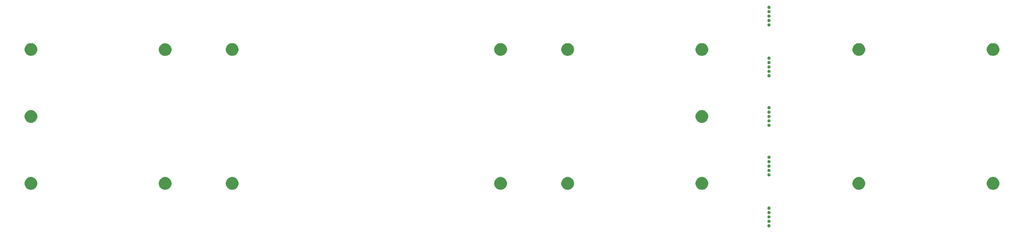
<source format=gbr>
G04 #@! TF.GenerationSoftware,KiCad,Pcbnew,(5.1.2-1)-1*
G04 #@! TF.CreationDate,2020-05-23T14:35:28-05:00*
G04 #@! TF.ProjectId,therick48.16_bottom_plate,74686572-6963-46b3-9438-2e31365f626f,rev?*
G04 #@! TF.SameCoordinates,Original*
G04 #@! TF.FileFunction,Soldermask,Top*
G04 #@! TF.FilePolarity,Negative*
%FSLAX46Y46*%
G04 Gerber Fmt 4.6, Leading zero omitted, Abs format (unit mm)*
G04 Created by KiCad (PCBNEW (5.1.2-1)-1) date 2020-05-23 14:35:28*
%MOMM*%
%LPD*%
G04 APERTURE LIST*
%ADD10C,0.100000*%
G04 APERTURE END LIST*
D10*
G36*
X274491552Y-103526331D02*
G01*
X274573627Y-103560328D01*
X274573629Y-103560329D01*
X274610813Y-103585175D01*
X274647495Y-103609685D01*
X274710315Y-103672505D01*
X274759672Y-103746373D01*
X274793669Y-103828448D01*
X274811000Y-103915579D01*
X274811000Y-104004421D01*
X274793669Y-104091552D01*
X274759672Y-104173627D01*
X274759671Y-104173629D01*
X274710314Y-104247496D01*
X274647496Y-104310314D01*
X274573629Y-104359671D01*
X274573628Y-104359672D01*
X274573627Y-104359672D01*
X274491552Y-104393669D01*
X274404421Y-104411000D01*
X274315579Y-104411000D01*
X274228448Y-104393669D01*
X274146373Y-104359672D01*
X274146372Y-104359672D01*
X274146371Y-104359671D01*
X274072504Y-104310314D01*
X274009686Y-104247496D01*
X273960329Y-104173629D01*
X273960328Y-104173627D01*
X273926331Y-104091552D01*
X273909000Y-104004421D01*
X273909000Y-103915579D01*
X273926331Y-103828448D01*
X273960328Y-103746373D01*
X274009685Y-103672505D01*
X274072505Y-103609685D01*
X274109187Y-103585175D01*
X274146371Y-103560329D01*
X274146373Y-103560328D01*
X274228448Y-103526331D01*
X274315579Y-103509000D01*
X274404421Y-103509000D01*
X274491552Y-103526331D01*
X274491552Y-103526331D01*
G37*
G36*
X274491552Y-102276331D02*
G01*
X274573627Y-102310328D01*
X274573629Y-102310329D01*
X274610813Y-102335175D01*
X274647495Y-102359685D01*
X274710315Y-102422505D01*
X274759672Y-102496373D01*
X274793669Y-102578448D01*
X274811000Y-102665579D01*
X274811000Y-102754421D01*
X274793669Y-102841552D01*
X274759672Y-102923627D01*
X274759671Y-102923629D01*
X274710314Y-102997496D01*
X274647496Y-103060314D01*
X274573629Y-103109671D01*
X274573628Y-103109672D01*
X274573627Y-103109672D01*
X274491552Y-103143669D01*
X274404421Y-103161000D01*
X274315579Y-103161000D01*
X274228448Y-103143669D01*
X274146373Y-103109672D01*
X274146372Y-103109672D01*
X274146371Y-103109671D01*
X274072504Y-103060314D01*
X274009686Y-102997496D01*
X273960329Y-102923629D01*
X273960328Y-102923627D01*
X273926331Y-102841552D01*
X273909000Y-102754421D01*
X273909000Y-102665579D01*
X273926331Y-102578448D01*
X273960328Y-102496373D01*
X274009685Y-102422505D01*
X274072505Y-102359685D01*
X274109187Y-102335175D01*
X274146371Y-102310329D01*
X274146373Y-102310328D01*
X274228448Y-102276331D01*
X274315579Y-102259000D01*
X274404421Y-102259000D01*
X274491552Y-102276331D01*
X274491552Y-102276331D01*
G37*
G36*
X274491552Y-101026331D02*
G01*
X274573627Y-101060328D01*
X274573629Y-101060329D01*
X274610813Y-101085175D01*
X274647495Y-101109685D01*
X274710315Y-101172505D01*
X274759672Y-101246373D01*
X274793669Y-101328448D01*
X274811000Y-101415579D01*
X274811000Y-101504421D01*
X274793669Y-101591552D01*
X274759672Y-101673627D01*
X274759671Y-101673629D01*
X274710314Y-101747496D01*
X274647496Y-101810314D01*
X274573629Y-101859671D01*
X274573628Y-101859672D01*
X274573627Y-101859672D01*
X274491552Y-101893669D01*
X274404421Y-101911000D01*
X274315579Y-101911000D01*
X274228448Y-101893669D01*
X274146373Y-101859672D01*
X274146372Y-101859672D01*
X274146371Y-101859671D01*
X274072504Y-101810314D01*
X274009686Y-101747496D01*
X273960329Y-101673629D01*
X273960328Y-101673627D01*
X273926331Y-101591552D01*
X273909000Y-101504421D01*
X273909000Y-101415579D01*
X273926331Y-101328448D01*
X273960328Y-101246373D01*
X274009685Y-101172505D01*
X274072505Y-101109685D01*
X274109187Y-101085175D01*
X274146371Y-101060329D01*
X274146373Y-101060328D01*
X274228448Y-101026331D01*
X274315579Y-101009000D01*
X274404421Y-101009000D01*
X274491552Y-101026331D01*
X274491552Y-101026331D01*
G37*
G36*
X274491552Y-99776331D02*
G01*
X274573627Y-99810328D01*
X274573629Y-99810329D01*
X274610813Y-99835175D01*
X274647495Y-99859685D01*
X274710315Y-99922505D01*
X274759672Y-99996373D01*
X274793669Y-100078448D01*
X274811000Y-100165579D01*
X274811000Y-100254421D01*
X274793669Y-100341552D01*
X274759672Y-100423627D01*
X274759671Y-100423629D01*
X274710314Y-100497496D01*
X274647496Y-100560314D01*
X274573629Y-100609671D01*
X274573628Y-100609672D01*
X274573627Y-100609672D01*
X274491552Y-100643669D01*
X274404421Y-100661000D01*
X274315579Y-100661000D01*
X274228448Y-100643669D01*
X274146373Y-100609672D01*
X274146372Y-100609672D01*
X274146371Y-100609671D01*
X274072504Y-100560314D01*
X274009686Y-100497496D01*
X273960329Y-100423629D01*
X273960328Y-100423627D01*
X273926331Y-100341552D01*
X273909000Y-100254421D01*
X273909000Y-100165579D01*
X273926331Y-100078448D01*
X273960328Y-99996373D01*
X274009685Y-99922505D01*
X274072505Y-99859685D01*
X274109187Y-99835175D01*
X274146371Y-99810329D01*
X274146373Y-99810328D01*
X274228448Y-99776331D01*
X274315579Y-99759000D01*
X274404421Y-99759000D01*
X274491552Y-99776331D01*
X274491552Y-99776331D01*
G37*
G36*
X274491552Y-98526331D02*
G01*
X274573627Y-98560328D01*
X274573629Y-98560329D01*
X274610813Y-98585175D01*
X274647495Y-98609685D01*
X274710315Y-98672505D01*
X274759672Y-98746373D01*
X274793669Y-98828448D01*
X274811000Y-98915579D01*
X274811000Y-99004421D01*
X274793669Y-99091552D01*
X274759672Y-99173627D01*
X274759671Y-99173629D01*
X274710314Y-99247496D01*
X274647496Y-99310314D01*
X274573629Y-99359671D01*
X274573628Y-99359672D01*
X274573627Y-99359672D01*
X274491552Y-99393669D01*
X274404421Y-99411000D01*
X274315579Y-99411000D01*
X274228448Y-99393669D01*
X274146373Y-99359672D01*
X274146372Y-99359672D01*
X274146371Y-99359671D01*
X274072504Y-99310314D01*
X274009686Y-99247496D01*
X273960329Y-99173629D01*
X273960328Y-99173627D01*
X273926331Y-99091552D01*
X273909000Y-99004421D01*
X273909000Y-98915579D01*
X273926331Y-98828448D01*
X273960328Y-98746373D01*
X274009685Y-98672505D01*
X274072505Y-98609685D01*
X274109187Y-98585175D01*
X274146371Y-98560329D01*
X274146373Y-98560328D01*
X274228448Y-98526331D01*
X274315579Y-98509000D01*
X274404421Y-98509000D01*
X274491552Y-98526331D01*
X274491552Y-98526331D01*
G37*
G36*
X122885331Y-90228211D02*
G01*
X123213092Y-90363974D01*
X123508070Y-90561072D01*
X123758928Y-90811930D01*
X123956026Y-91106908D01*
X124091789Y-91434669D01*
X124161000Y-91782616D01*
X124161000Y-92137384D01*
X124091789Y-92485331D01*
X123956026Y-92813092D01*
X123758928Y-93108070D01*
X123508070Y-93358928D01*
X123213092Y-93556026D01*
X122885331Y-93691789D01*
X122537384Y-93761000D01*
X122182616Y-93761000D01*
X121834669Y-93691789D01*
X121506908Y-93556026D01*
X121211930Y-93358928D01*
X120961072Y-93108070D01*
X120763974Y-92813092D01*
X120628211Y-92485331D01*
X120559000Y-92137384D01*
X120559000Y-91782616D01*
X120628211Y-91434669D01*
X120763974Y-91106908D01*
X120961072Y-90811930D01*
X121211930Y-90561072D01*
X121506908Y-90363974D01*
X121834669Y-90228211D01*
X122182616Y-90159000D01*
X122537384Y-90159000D01*
X122885331Y-90228211D01*
X122885331Y-90228211D01*
G37*
G36*
X103885331Y-90228211D02*
G01*
X104213092Y-90363974D01*
X104508070Y-90561072D01*
X104758928Y-90811930D01*
X104956026Y-91106908D01*
X105091789Y-91434669D01*
X105161000Y-91782616D01*
X105161000Y-92137384D01*
X105091789Y-92485331D01*
X104956026Y-92813092D01*
X104758928Y-93108070D01*
X104508070Y-93358928D01*
X104213092Y-93556026D01*
X103885331Y-93691789D01*
X103537384Y-93761000D01*
X103182616Y-93761000D01*
X102834669Y-93691789D01*
X102506908Y-93556026D01*
X102211930Y-93358928D01*
X101961072Y-93108070D01*
X101763974Y-92813092D01*
X101628211Y-92485331D01*
X101559000Y-92137384D01*
X101559000Y-91782616D01*
X101628211Y-91434669D01*
X101763974Y-91106908D01*
X101961072Y-90811930D01*
X102211930Y-90561072D01*
X102506908Y-90363974D01*
X102834669Y-90228211D01*
X103182616Y-90159000D01*
X103537384Y-90159000D01*
X103885331Y-90228211D01*
X103885331Y-90228211D01*
G37*
G36*
X65885331Y-90228211D02*
G01*
X66213092Y-90363974D01*
X66508070Y-90561072D01*
X66758928Y-90811930D01*
X66956026Y-91106908D01*
X67091789Y-91434669D01*
X67161000Y-91782616D01*
X67161000Y-92137384D01*
X67091789Y-92485331D01*
X66956026Y-92813092D01*
X66758928Y-93108070D01*
X66508070Y-93358928D01*
X66213092Y-93556026D01*
X65885331Y-93691789D01*
X65537384Y-93761000D01*
X65182616Y-93761000D01*
X64834669Y-93691789D01*
X64506908Y-93556026D01*
X64211930Y-93358928D01*
X63961072Y-93108070D01*
X63763974Y-92813092D01*
X63628211Y-92485331D01*
X63559000Y-92137384D01*
X63559000Y-91782616D01*
X63628211Y-91434669D01*
X63763974Y-91106908D01*
X63961072Y-90811930D01*
X64211930Y-90561072D01*
X64506908Y-90363974D01*
X64834669Y-90228211D01*
X65182616Y-90159000D01*
X65537384Y-90159000D01*
X65885331Y-90228211D01*
X65885331Y-90228211D01*
G37*
G36*
X217885331Y-90228211D02*
G01*
X218213092Y-90363974D01*
X218508070Y-90561072D01*
X218758928Y-90811930D01*
X218956026Y-91106908D01*
X219091789Y-91434669D01*
X219161000Y-91782616D01*
X219161000Y-92137384D01*
X219091789Y-92485331D01*
X218956026Y-92813092D01*
X218758928Y-93108070D01*
X218508070Y-93358928D01*
X218213092Y-93556026D01*
X217885331Y-93691789D01*
X217537384Y-93761000D01*
X217182616Y-93761000D01*
X216834669Y-93691789D01*
X216506908Y-93556026D01*
X216211930Y-93358928D01*
X215961072Y-93108070D01*
X215763974Y-92813092D01*
X215628211Y-92485331D01*
X215559000Y-92137384D01*
X215559000Y-91782616D01*
X215628211Y-91434669D01*
X215763974Y-91106908D01*
X215961072Y-90811930D01*
X216211930Y-90561072D01*
X216506908Y-90363974D01*
X216834669Y-90228211D01*
X217182616Y-90159000D01*
X217537384Y-90159000D01*
X217885331Y-90228211D01*
X217885331Y-90228211D01*
G37*
G36*
X338345331Y-90228211D02*
G01*
X338673092Y-90363974D01*
X338968070Y-90561072D01*
X339218928Y-90811930D01*
X339416026Y-91106908D01*
X339551789Y-91434669D01*
X339621000Y-91782616D01*
X339621000Y-92137384D01*
X339551789Y-92485331D01*
X339416026Y-92813092D01*
X339218928Y-93108070D01*
X338968070Y-93358928D01*
X338673092Y-93556026D01*
X338345331Y-93691789D01*
X337997384Y-93761000D01*
X337642616Y-93761000D01*
X337294669Y-93691789D01*
X336966908Y-93556026D01*
X336671930Y-93358928D01*
X336421072Y-93108070D01*
X336223974Y-92813092D01*
X336088211Y-92485331D01*
X336019000Y-92137384D01*
X336019000Y-91782616D01*
X336088211Y-91434669D01*
X336223974Y-91106908D01*
X336421072Y-90811930D01*
X336671930Y-90561072D01*
X336966908Y-90363974D01*
X337294669Y-90228211D01*
X337642616Y-90159000D01*
X337997384Y-90159000D01*
X338345331Y-90228211D01*
X338345331Y-90228211D01*
G37*
G36*
X300345331Y-90228211D02*
G01*
X300673092Y-90363974D01*
X300968070Y-90561072D01*
X301218928Y-90811930D01*
X301416026Y-91106908D01*
X301551789Y-91434669D01*
X301621000Y-91782616D01*
X301621000Y-92137384D01*
X301551789Y-92485331D01*
X301416026Y-92813092D01*
X301218928Y-93108070D01*
X300968070Y-93358928D01*
X300673092Y-93556026D01*
X300345331Y-93691789D01*
X299997384Y-93761000D01*
X299642616Y-93761000D01*
X299294669Y-93691789D01*
X298966908Y-93556026D01*
X298671930Y-93358928D01*
X298421072Y-93108070D01*
X298223974Y-92813092D01*
X298088211Y-92485331D01*
X298019000Y-92137384D01*
X298019000Y-91782616D01*
X298088211Y-91434669D01*
X298223974Y-91106908D01*
X298421072Y-90811930D01*
X298671930Y-90561072D01*
X298966908Y-90363974D01*
X299294669Y-90228211D01*
X299642616Y-90159000D01*
X299997384Y-90159000D01*
X300345331Y-90228211D01*
X300345331Y-90228211D01*
G37*
G36*
X255885331Y-90228211D02*
G01*
X256213092Y-90363974D01*
X256508070Y-90561072D01*
X256758928Y-90811930D01*
X256956026Y-91106908D01*
X257091789Y-91434669D01*
X257161000Y-91782616D01*
X257161000Y-92137384D01*
X257091789Y-92485331D01*
X256956026Y-92813092D01*
X256758928Y-93108070D01*
X256508070Y-93358928D01*
X256213092Y-93556026D01*
X255885331Y-93691789D01*
X255537384Y-93761000D01*
X255182616Y-93761000D01*
X254834669Y-93691789D01*
X254506908Y-93556026D01*
X254211930Y-93358928D01*
X253961072Y-93108070D01*
X253763974Y-92813092D01*
X253628211Y-92485331D01*
X253559000Y-92137384D01*
X253559000Y-91782616D01*
X253628211Y-91434669D01*
X253763974Y-91106908D01*
X253961072Y-90811930D01*
X254211930Y-90561072D01*
X254506908Y-90363974D01*
X254834669Y-90228211D01*
X255182616Y-90159000D01*
X255537384Y-90159000D01*
X255885331Y-90228211D01*
X255885331Y-90228211D01*
G37*
G36*
X198885331Y-90228211D02*
G01*
X199213092Y-90363974D01*
X199508070Y-90561072D01*
X199758928Y-90811930D01*
X199956026Y-91106908D01*
X200091789Y-91434669D01*
X200161000Y-91782616D01*
X200161000Y-92137384D01*
X200091789Y-92485331D01*
X199956026Y-92813092D01*
X199758928Y-93108070D01*
X199508070Y-93358928D01*
X199213092Y-93556026D01*
X198885331Y-93691789D01*
X198537384Y-93761000D01*
X198182616Y-93761000D01*
X197834669Y-93691789D01*
X197506908Y-93556026D01*
X197211930Y-93358928D01*
X196961072Y-93108070D01*
X196763974Y-92813092D01*
X196628211Y-92485331D01*
X196559000Y-92137384D01*
X196559000Y-91782616D01*
X196628211Y-91434669D01*
X196763974Y-91106908D01*
X196961072Y-90811930D01*
X197211930Y-90561072D01*
X197506908Y-90363974D01*
X197834669Y-90228211D01*
X198182616Y-90159000D01*
X198537384Y-90159000D01*
X198885331Y-90228211D01*
X198885331Y-90228211D01*
G37*
G36*
X274491552Y-89086331D02*
G01*
X274573627Y-89120328D01*
X274573629Y-89120329D01*
X274610813Y-89145175D01*
X274647495Y-89169685D01*
X274710315Y-89232505D01*
X274759672Y-89306373D01*
X274793669Y-89388448D01*
X274811000Y-89475579D01*
X274811000Y-89564421D01*
X274793669Y-89651552D01*
X274759672Y-89733627D01*
X274759671Y-89733629D01*
X274710314Y-89807496D01*
X274647496Y-89870314D01*
X274573629Y-89919671D01*
X274573628Y-89919672D01*
X274573627Y-89919672D01*
X274491552Y-89953669D01*
X274404421Y-89971000D01*
X274315579Y-89971000D01*
X274228448Y-89953669D01*
X274146373Y-89919672D01*
X274146372Y-89919672D01*
X274146371Y-89919671D01*
X274072504Y-89870314D01*
X274009686Y-89807496D01*
X273960329Y-89733629D01*
X273960328Y-89733627D01*
X273926331Y-89651552D01*
X273909000Y-89564421D01*
X273909000Y-89475579D01*
X273926331Y-89388448D01*
X273960328Y-89306373D01*
X274009685Y-89232505D01*
X274072505Y-89169685D01*
X274109187Y-89145175D01*
X274146371Y-89120329D01*
X274146373Y-89120328D01*
X274228448Y-89086331D01*
X274315579Y-89069000D01*
X274404421Y-89069000D01*
X274491552Y-89086331D01*
X274491552Y-89086331D01*
G37*
G36*
X274491552Y-87836331D02*
G01*
X274573627Y-87870328D01*
X274573629Y-87870329D01*
X274610813Y-87895175D01*
X274647495Y-87919685D01*
X274710315Y-87982505D01*
X274759672Y-88056373D01*
X274793669Y-88138448D01*
X274811000Y-88225579D01*
X274811000Y-88314421D01*
X274793669Y-88401552D01*
X274759672Y-88483627D01*
X274759671Y-88483629D01*
X274710314Y-88557496D01*
X274647496Y-88620314D01*
X274573629Y-88669671D01*
X274573628Y-88669672D01*
X274573627Y-88669672D01*
X274491552Y-88703669D01*
X274404421Y-88721000D01*
X274315579Y-88721000D01*
X274228448Y-88703669D01*
X274146373Y-88669672D01*
X274146372Y-88669672D01*
X274146371Y-88669671D01*
X274072504Y-88620314D01*
X274009686Y-88557496D01*
X273960329Y-88483629D01*
X273960328Y-88483627D01*
X273926331Y-88401552D01*
X273909000Y-88314421D01*
X273909000Y-88225579D01*
X273926331Y-88138448D01*
X273960328Y-88056373D01*
X274009685Y-87982505D01*
X274072505Y-87919685D01*
X274109187Y-87895175D01*
X274146371Y-87870329D01*
X274146373Y-87870328D01*
X274228448Y-87836331D01*
X274315579Y-87819000D01*
X274404421Y-87819000D01*
X274491552Y-87836331D01*
X274491552Y-87836331D01*
G37*
G36*
X274491552Y-86586331D02*
G01*
X274573627Y-86620328D01*
X274573629Y-86620329D01*
X274610813Y-86645175D01*
X274647495Y-86669685D01*
X274710315Y-86732505D01*
X274759672Y-86806373D01*
X274793669Y-86888448D01*
X274811000Y-86975579D01*
X274811000Y-87064421D01*
X274793669Y-87151552D01*
X274759672Y-87233627D01*
X274759671Y-87233629D01*
X274710314Y-87307496D01*
X274647496Y-87370314D01*
X274573629Y-87419671D01*
X274573628Y-87419672D01*
X274573627Y-87419672D01*
X274491552Y-87453669D01*
X274404421Y-87471000D01*
X274315579Y-87471000D01*
X274228448Y-87453669D01*
X274146373Y-87419672D01*
X274146372Y-87419672D01*
X274146371Y-87419671D01*
X274072504Y-87370314D01*
X274009686Y-87307496D01*
X273960329Y-87233629D01*
X273960328Y-87233627D01*
X273926331Y-87151552D01*
X273909000Y-87064421D01*
X273909000Y-86975579D01*
X273926331Y-86888448D01*
X273960328Y-86806373D01*
X274009685Y-86732505D01*
X274072505Y-86669685D01*
X274109187Y-86645175D01*
X274146371Y-86620329D01*
X274146373Y-86620328D01*
X274228448Y-86586331D01*
X274315579Y-86569000D01*
X274404421Y-86569000D01*
X274491552Y-86586331D01*
X274491552Y-86586331D01*
G37*
G36*
X274491552Y-85336331D02*
G01*
X274573627Y-85370328D01*
X274573629Y-85370329D01*
X274610813Y-85395175D01*
X274647495Y-85419685D01*
X274710315Y-85482505D01*
X274759672Y-85556373D01*
X274793669Y-85638448D01*
X274811000Y-85725579D01*
X274811000Y-85814421D01*
X274793669Y-85901552D01*
X274759672Y-85983627D01*
X274759671Y-85983629D01*
X274710314Y-86057496D01*
X274647496Y-86120314D01*
X274573629Y-86169671D01*
X274573628Y-86169672D01*
X274573627Y-86169672D01*
X274491552Y-86203669D01*
X274404421Y-86221000D01*
X274315579Y-86221000D01*
X274228448Y-86203669D01*
X274146373Y-86169672D01*
X274146372Y-86169672D01*
X274146371Y-86169671D01*
X274072504Y-86120314D01*
X274009686Y-86057496D01*
X273960329Y-85983629D01*
X273960328Y-85983627D01*
X273926331Y-85901552D01*
X273909000Y-85814421D01*
X273909000Y-85725579D01*
X273926331Y-85638448D01*
X273960328Y-85556373D01*
X274009685Y-85482505D01*
X274072505Y-85419685D01*
X274109187Y-85395175D01*
X274146371Y-85370329D01*
X274146373Y-85370328D01*
X274228448Y-85336331D01*
X274315579Y-85319000D01*
X274404421Y-85319000D01*
X274491552Y-85336331D01*
X274491552Y-85336331D01*
G37*
G36*
X274491552Y-84086331D02*
G01*
X274573627Y-84120328D01*
X274573629Y-84120329D01*
X274610813Y-84145175D01*
X274647495Y-84169685D01*
X274710315Y-84232505D01*
X274759672Y-84306373D01*
X274793669Y-84388448D01*
X274811000Y-84475579D01*
X274811000Y-84564421D01*
X274793669Y-84651552D01*
X274759672Y-84733627D01*
X274759671Y-84733629D01*
X274710314Y-84807496D01*
X274647496Y-84870314D01*
X274573629Y-84919671D01*
X274573628Y-84919672D01*
X274573627Y-84919672D01*
X274491552Y-84953669D01*
X274404421Y-84971000D01*
X274315579Y-84971000D01*
X274228448Y-84953669D01*
X274146373Y-84919672D01*
X274146372Y-84919672D01*
X274146371Y-84919671D01*
X274072504Y-84870314D01*
X274009686Y-84807496D01*
X273960329Y-84733629D01*
X273960328Y-84733627D01*
X273926331Y-84651552D01*
X273909000Y-84564421D01*
X273909000Y-84475579D01*
X273926331Y-84388448D01*
X273960328Y-84306373D01*
X274009685Y-84232505D01*
X274072505Y-84169685D01*
X274109187Y-84145175D01*
X274146371Y-84120329D01*
X274146373Y-84120328D01*
X274228448Y-84086331D01*
X274315579Y-84069000D01*
X274404421Y-84069000D01*
X274491552Y-84086331D01*
X274491552Y-84086331D01*
G37*
G36*
X274491552Y-75026331D02*
G01*
X274573627Y-75060328D01*
X274573629Y-75060329D01*
X274610813Y-75085175D01*
X274647495Y-75109685D01*
X274710315Y-75172505D01*
X274759672Y-75246373D01*
X274793669Y-75328448D01*
X274811000Y-75415579D01*
X274811000Y-75504421D01*
X274793669Y-75591552D01*
X274759672Y-75673627D01*
X274759671Y-75673629D01*
X274710314Y-75747496D01*
X274647496Y-75810314D01*
X274573629Y-75859671D01*
X274573628Y-75859672D01*
X274573627Y-75859672D01*
X274491552Y-75893669D01*
X274404421Y-75911000D01*
X274315579Y-75911000D01*
X274228448Y-75893669D01*
X274146373Y-75859672D01*
X274146372Y-75859672D01*
X274146371Y-75859671D01*
X274072504Y-75810314D01*
X274009686Y-75747496D01*
X273960329Y-75673629D01*
X273960328Y-75673627D01*
X273926331Y-75591552D01*
X273909000Y-75504421D01*
X273909000Y-75415579D01*
X273926331Y-75328448D01*
X273960328Y-75246373D01*
X274009685Y-75172505D01*
X274072505Y-75109685D01*
X274109187Y-75085175D01*
X274146371Y-75060329D01*
X274146373Y-75060328D01*
X274228448Y-75026331D01*
X274315579Y-75009000D01*
X274404421Y-75009000D01*
X274491552Y-75026331D01*
X274491552Y-75026331D01*
G37*
G36*
X65885331Y-71228211D02*
G01*
X66213092Y-71363974D01*
X66508070Y-71561072D01*
X66758928Y-71811930D01*
X66956026Y-72106908D01*
X67091789Y-72434669D01*
X67161000Y-72782616D01*
X67161000Y-73137384D01*
X67091789Y-73485331D01*
X66956026Y-73813092D01*
X66758928Y-74108070D01*
X66508070Y-74358928D01*
X66213092Y-74556026D01*
X65885331Y-74691789D01*
X65537384Y-74761000D01*
X65182616Y-74761000D01*
X64834669Y-74691789D01*
X64506908Y-74556026D01*
X64211930Y-74358928D01*
X63961072Y-74108070D01*
X63763974Y-73813092D01*
X63628211Y-73485331D01*
X63559000Y-73137384D01*
X63559000Y-72782616D01*
X63628211Y-72434669D01*
X63763974Y-72106908D01*
X63961072Y-71811930D01*
X64211930Y-71561072D01*
X64506908Y-71363974D01*
X64834669Y-71228211D01*
X65182616Y-71159000D01*
X65537384Y-71159000D01*
X65885331Y-71228211D01*
X65885331Y-71228211D01*
G37*
G36*
X255885331Y-71228211D02*
G01*
X256213092Y-71363974D01*
X256508070Y-71561072D01*
X256758928Y-71811930D01*
X256956026Y-72106908D01*
X257091789Y-72434669D01*
X257161000Y-72782616D01*
X257161000Y-73137384D01*
X257091789Y-73485331D01*
X256956026Y-73813092D01*
X256758928Y-74108070D01*
X256508070Y-74358928D01*
X256213092Y-74556026D01*
X255885331Y-74691789D01*
X255537384Y-74761000D01*
X255182616Y-74761000D01*
X254834669Y-74691789D01*
X254506908Y-74556026D01*
X254211930Y-74358928D01*
X253961072Y-74108070D01*
X253763974Y-73813092D01*
X253628211Y-73485331D01*
X253559000Y-73137384D01*
X253559000Y-72782616D01*
X253628211Y-72434669D01*
X253763974Y-72106908D01*
X253961072Y-71811930D01*
X254211930Y-71561072D01*
X254506908Y-71363974D01*
X254834669Y-71228211D01*
X255182616Y-71159000D01*
X255537384Y-71159000D01*
X255885331Y-71228211D01*
X255885331Y-71228211D01*
G37*
G36*
X274491552Y-73776331D02*
G01*
X274573627Y-73810328D01*
X274573629Y-73810329D01*
X274610813Y-73835175D01*
X274647495Y-73859685D01*
X274710315Y-73922505D01*
X274759672Y-73996373D01*
X274793669Y-74078448D01*
X274811000Y-74165579D01*
X274811000Y-74254421D01*
X274793669Y-74341552D01*
X274759672Y-74423627D01*
X274759671Y-74423629D01*
X274710314Y-74497496D01*
X274647496Y-74560314D01*
X274573629Y-74609671D01*
X274573628Y-74609672D01*
X274573627Y-74609672D01*
X274491552Y-74643669D01*
X274404421Y-74661000D01*
X274315579Y-74661000D01*
X274228448Y-74643669D01*
X274146373Y-74609672D01*
X274146372Y-74609672D01*
X274146371Y-74609671D01*
X274072504Y-74560314D01*
X274009686Y-74497496D01*
X273960329Y-74423629D01*
X273960328Y-74423627D01*
X273926331Y-74341552D01*
X273909000Y-74254421D01*
X273909000Y-74165579D01*
X273926331Y-74078448D01*
X273960328Y-73996373D01*
X274009685Y-73922505D01*
X274072505Y-73859685D01*
X274109187Y-73835175D01*
X274146371Y-73810329D01*
X274146373Y-73810328D01*
X274228448Y-73776331D01*
X274315579Y-73759000D01*
X274404421Y-73759000D01*
X274491552Y-73776331D01*
X274491552Y-73776331D01*
G37*
G36*
X274491552Y-72526331D02*
G01*
X274573627Y-72560328D01*
X274573629Y-72560329D01*
X274610813Y-72585175D01*
X274647495Y-72609685D01*
X274710315Y-72672505D01*
X274759672Y-72746373D01*
X274793669Y-72828448D01*
X274811000Y-72915579D01*
X274811000Y-73004421D01*
X274793669Y-73091552D01*
X274759672Y-73173627D01*
X274759671Y-73173629D01*
X274710314Y-73247496D01*
X274647496Y-73310314D01*
X274573629Y-73359671D01*
X274573628Y-73359672D01*
X274573627Y-73359672D01*
X274491552Y-73393669D01*
X274404421Y-73411000D01*
X274315579Y-73411000D01*
X274228448Y-73393669D01*
X274146373Y-73359672D01*
X274146372Y-73359672D01*
X274146371Y-73359671D01*
X274072504Y-73310314D01*
X274009686Y-73247496D01*
X273960329Y-73173629D01*
X273960328Y-73173627D01*
X273926331Y-73091552D01*
X273909000Y-73004421D01*
X273909000Y-72915579D01*
X273926331Y-72828448D01*
X273960328Y-72746373D01*
X274009685Y-72672505D01*
X274072505Y-72609685D01*
X274109187Y-72585175D01*
X274146371Y-72560329D01*
X274146373Y-72560328D01*
X274228448Y-72526331D01*
X274315579Y-72509000D01*
X274404421Y-72509000D01*
X274491552Y-72526331D01*
X274491552Y-72526331D01*
G37*
G36*
X274491552Y-71276331D02*
G01*
X274573627Y-71310328D01*
X274573629Y-71310329D01*
X274610813Y-71335175D01*
X274647495Y-71359685D01*
X274710315Y-71422505D01*
X274759672Y-71496373D01*
X274793669Y-71578448D01*
X274811000Y-71665579D01*
X274811000Y-71754421D01*
X274793669Y-71841552D01*
X274759672Y-71923627D01*
X274759671Y-71923629D01*
X274710314Y-71997496D01*
X274647496Y-72060314D01*
X274573629Y-72109671D01*
X274573628Y-72109672D01*
X274573627Y-72109672D01*
X274491552Y-72143669D01*
X274404421Y-72161000D01*
X274315579Y-72161000D01*
X274228448Y-72143669D01*
X274146373Y-72109672D01*
X274146372Y-72109672D01*
X274146371Y-72109671D01*
X274072504Y-72060314D01*
X274009686Y-71997496D01*
X273960329Y-71923629D01*
X273960328Y-71923627D01*
X273926331Y-71841552D01*
X273909000Y-71754421D01*
X273909000Y-71665579D01*
X273926331Y-71578448D01*
X273960328Y-71496373D01*
X274009685Y-71422505D01*
X274072505Y-71359685D01*
X274109187Y-71335175D01*
X274146371Y-71310329D01*
X274146373Y-71310328D01*
X274228448Y-71276331D01*
X274315579Y-71259000D01*
X274404421Y-71259000D01*
X274491552Y-71276331D01*
X274491552Y-71276331D01*
G37*
G36*
X274491552Y-70026331D02*
G01*
X274573627Y-70060328D01*
X274573629Y-70060329D01*
X274610813Y-70085175D01*
X274647495Y-70109685D01*
X274710315Y-70172505D01*
X274759672Y-70246373D01*
X274793669Y-70328448D01*
X274811000Y-70415579D01*
X274811000Y-70504421D01*
X274793669Y-70591552D01*
X274759672Y-70673627D01*
X274759671Y-70673629D01*
X274710314Y-70747496D01*
X274647496Y-70810314D01*
X274573629Y-70859671D01*
X274573628Y-70859672D01*
X274573627Y-70859672D01*
X274491552Y-70893669D01*
X274404421Y-70911000D01*
X274315579Y-70911000D01*
X274228448Y-70893669D01*
X274146373Y-70859672D01*
X274146372Y-70859672D01*
X274146371Y-70859671D01*
X274072504Y-70810314D01*
X274009686Y-70747496D01*
X273960329Y-70673629D01*
X273960328Y-70673627D01*
X273926331Y-70591552D01*
X273909000Y-70504421D01*
X273909000Y-70415579D01*
X273926331Y-70328448D01*
X273960328Y-70246373D01*
X274009685Y-70172505D01*
X274072505Y-70109685D01*
X274109187Y-70085175D01*
X274146371Y-70060329D01*
X274146373Y-70060328D01*
X274228448Y-70026331D01*
X274315579Y-70009000D01*
X274404421Y-70009000D01*
X274491552Y-70026331D01*
X274491552Y-70026331D01*
G37*
G36*
X274491552Y-60966331D02*
G01*
X274573627Y-61000328D01*
X274573629Y-61000329D01*
X274610813Y-61025175D01*
X274647495Y-61049685D01*
X274710315Y-61112505D01*
X274759672Y-61186373D01*
X274793669Y-61268448D01*
X274811000Y-61355579D01*
X274811000Y-61444421D01*
X274793669Y-61531552D01*
X274759672Y-61613627D01*
X274759671Y-61613629D01*
X274710314Y-61687496D01*
X274647496Y-61750314D01*
X274573629Y-61799671D01*
X274573628Y-61799672D01*
X274573627Y-61799672D01*
X274491552Y-61833669D01*
X274404421Y-61851000D01*
X274315579Y-61851000D01*
X274228448Y-61833669D01*
X274146373Y-61799672D01*
X274146372Y-61799672D01*
X274146371Y-61799671D01*
X274072504Y-61750314D01*
X274009686Y-61687496D01*
X273960329Y-61613629D01*
X273960328Y-61613627D01*
X273926331Y-61531552D01*
X273909000Y-61444421D01*
X273909000Y-61355579D01*
X273926331Y-61268448D01*
X273960328Y-61186373D01*
X274009685Y-61112505D01*
X274072505Y-61049685D01*
X274109187Y-61025175D01*
X274146371Y-61000329D01*
X274146373Y-61000328D01*
X274228448Y-60966331D01*
X274315579Y-60949000D01*
X274404421Y-60949000D01*
X274491552Y-60966331D01*
X274491552Y-60966331D01*
G37*
G36*
X274491552Y-59716331D02*
G01*
X274573627Y-59750328D01*
X274573629Y-59750329D01*
X274610813Y-59775175D01*
X274647495Y-59799685D01*
X274710315Y-59862505D01*
X274759672Y-59936373D01*
X274793669Y-60018448D01*
X274811000Y-60105579D01*
X274811000Y-60194421D01*
X274793669Y-60281552D01*
X274759672Y-60363627D01*
X274759671Y-60363629D01*
X274710314Y-60437496D01*
X274647496Y-60500314D01*
X274573629Y-60549671D01*
X274573628Y-60549672D01*
X274573627Y-60549672D01*
X274491552Y-60583669D01*
X274404421Y-60601000D01*
X274315579Y-60601000D01*
X274228448Y-60583669D01*
X274146373Y-60549672D01*
X274146372Y-60549672D01*
X274146371Y-60549671D01*
X274072504Y-60500314D01*
X274009686Y-60437496D01*
X273960329Y-60363629D01*
X273960328Y-60363627D01*
X273926331Y-60281552D01*
X273909000Y-60194421D01*
X273909000Y-60105579D01*
X273926331Y-60018448D01*
X273960328Y-59936373D01*
X274009685Y-59862505D01*
X274072505Y-59799685D01*
X274109187Y-59775175D01*
X274146371Y-59750329D01*
X274146373Y-59750328D01*
X274228448Y-59716331D01*
X274315579Y-59699000D01*
X274404421Y-59699000D01*
X274491552Y-59716331D01*
X274491552Y-59716331D01*
G37*
G36*
X274491552Y-58466331D02*
G01*
X274573627Y-58500328D01*
X274573629Y-58500329D01*
X274610813Y-58525175D01*
X274647495Y-58549685D01*
X274710315Y-58612505D01*
X274759672Y-58686373D01*
X274793669Y-58768448D01*
X274811000Y-58855579D01*
X274811000Y-58944421D01*
X274793669Y-59031552D01*
X274759672Y-59113627D01*
X274759671Y-59113629D01*
X274710314Y-59187496D01*
X274647496Y-59250314D01*
X274573629Y-59299671D01*
X274573628Y-59299672D01*
X274573627Y-59299672D01*
X274491552Y-59333669D01*
X274404421Y-59351000D01*
X274315579Y-59351000D01*
X274228448Y-59333669D01*
X274146373Y-59299672D01*
X274146372Y-59299672D01*
X274146371Y-59299671D01*
X274072504Y-59250314D01*
X274009686Y-59187496D01*
X273960329Y-59113629D01*
X273960328Y-59113627D01*
X273926331Y-59031552D01*
X273909000Y-58944421D01*
X273909000Y-58855579D01*
X273926331Y-58768448D01*
X273960328Y-58686373D01*
X274009685Y-58612505D01*
X274072505Y-58549685D01*
X274109187Y-58525175D01*
X274146371Y-58500329D01*
X274146373Y-58500328D01*
X274228448Y-58466331D01*
X274315579Y-58449000D01*
X274404421Y-58449000D01*
X274491552Y-58466331D01*
X274491552Y-58466331D01*
G37*
G36*
X274491552Y-57216331D02*
G01*
X274573627Y-57250328D01*
X274573629Y-57250329D01*
X274610813Y-57275175D01*
X274647495Y-57299685D01*
X274710315Y-57362505D01*
X274759672Y-57436373D01*
X274793669Y-57518448D01*
X274811000Y-57605579D01*
X274811000Y-57694421D01*
X274793669Y-57781552D01*
X274759672Y-57863627D01*
X274759671Y-57863629D01*
X274710314Y-57937496D01*
X274647496Y-58000314D01*
X274573629Y-58049671D01*
X274573628Y-58049672D01*
X274573627Y-58049672D01*
X274491552Y-58083669D01*
X274404421Y-58101000D01*
X274315579Y-58101000D01*
X274228448Y-58083669D01*
X274146373Y-58049672D01*
X274146372Y-58049672D01*
X274146371Y-58049671D01*
X274072504Y-58000314D01*
X274009686Y-57937496D01*
X273960329Y-57863629D01*
X273960328Y-57863627D01*
X273926331Y-57781552D01*
X273909000Y-57694421D01*
X273909000Y-57605579D01*
X273926331Y-57518448D01*
X273960328Y-57436373D01*
X274009685Y-57362505D01*
X274072505Y-57299685D01*
X274109187Y-57275175D01*
X274146371Y-57250329D01*
X274146373Y-57250328D01*
X274228448Y-57216331D01*
X274315579Y-57199000D01*
X274404421Y-57199000D01*
X274491552Y-57216331D01*
X274491552Y-57216331D01*
G37*
G36*
X274491552Y-55966331D02*
G01*
X274573627Y-56000328D01*
X274573629Y-56000329D01*
X274610813Y-56025175D01*
X274647495Y-56049685D01*
X274710315Y-56112505D01*
X274759672Y-56186373D01*
X274793669Y-56268448D01*
X274811000Y-56355579D01*
X274811000Y-56444421D01*
X274793669Y-56531552D01*
X274759672Y-56613627D01*
X274759671Y-56613629D01*
X274710314Y-56687496D01*
X274647496Y-56750314D01*
X274573629Y-56799671D01*
X274573628Y-56799672D01*
X274573627Y-56799672D01*
X274491552Y-56833669D01*
X274404421Y-56851000D01*
X274315579Y-56851000D01*
X274228448Y-56833669D01*
X274146373Y-56799672D01*
X274146372Y-56799672D01*
X274146371Y-56799671D01*
X274072504Y-56750314D01*
X274009686Y-56687496D01*
X273960329Y-56613629D01*
X273960328Y-56613627D01*
X273926331Y-56531552D01*
X273909000Y-56444421D01*
X273909000Y-56355579D01*
X273926331Y-56268448D01*
X273960328Y-56186373D01*
X274009685Y-56112505D01*
X274072505Y-56049685D01*
X274109187Y-56025175D01*
X274146371Y-56000329D01*
X274146373Y-56000328D01*
X274228448Y-55966331D01*
X274315579Y-55949000D01*
X274404421Y-55949000D01*
X274491552Y-55966331D01*
X274491552Y-55966331D01*
G37*
G36*
X103885331Y-52243211D02*
G01*
X104213092Y-52378974D01*
X104508070Y-52576072D01*
X104758928Y-52826930D01*
X104956026Y-53121908D01*
X105091789Y-53449669D01*
X105161000Y-53797616D01*
X105161000Y-54152384D01*
X105091789Y-54500331D01*
X104956026Y-54828092D01*
X104758928Y-55123070D01*
X104508070Y-55373928D01*
X104213092Y-55571026D01*
X103885331Y-55706789D01*
X103537384Y-55776000D01*
X103182616Y-55776000D01*
X102834669Y-55706789D01*
X102506908Y-55571026D01*
X102211930Y-55373928D01*
X101961072Y-55123070D01*
X101763974Y-54828092D01*
X101628211Y-54500331D01*
X101559000Y-54152384D01*
X101559000Y-53797616D01*
X101628211Y-53449669D01*
X101763974Y-53121908D01*
X101961072Y-52826930D01*
X102211930Y-52576072D01*
X102506908Y-52378974D01*
X102834669Y-52243211D01*
X103182616Y-52174000D01*
X103537384Y-52174000D01*
X103885331Y-52243211D01*
X103885331Y-52243211D01*
G37*
G36*
X122885331Y-52228211D02*
G01*
X123213092Y-52363974D01*
X123508070Y-52561072D01*
X123758928Y-52811930D01*
X123956026Y-53106908D01*
X124091789Y-53434669D01*
X124161000Y-53782616D01*
X124161000Y-54137384D01*
X124091789Y-54485331D01*
X123956026Y-54813092D01*
X123758928Y-55108070D01*
X123508070Y-55358928D01*
X123213092Y-55556026D01*
X122885331Y-55691789D01*
X122537384Y-55761000D01*
X122182616Y-55761000D01*
X121834669Y-55691789D01*
X121506908Y-55556026D01*
X121211930Y-55358928D01*
X120961072Y-55108070D01*
X120763974Y-54813092D01*
X120628211Y-54485331D01*
X120559000Y-54137384D01*
X120559000Y-53782616D01*
X120628211Y-53434669D01*
X120763974Y-53106908D01*
X120961072Y-52811930D01*
X121211930Y-52561072D01*
X121506908Y-52363974D01*
X121834669Y-52228211D01*
X122182616Y-52159000D01*
X122537384Y-52159000D01*
X122885331Y-52228211D01*
X122885331Y-52228211D01*
G37*
G36*
X338345331Y-52228211D02*
G01*
X338673092Y-52363974D01*
X338968070Y-52561072D01*
X339218928Y-52811930D01*
X339416026Y-53106908D01*
X339551789Y-53434669D01*
X339621000Y-53782616D01*
X339621000Y-54137384D01*
X339551789Y-54485331D01*
X339416026Y-54813092D01*
X339218928Y-55108070D01*
X338968070Y-55358928D01*
X338673092Y-55556026D01*
X338345331Y-55691789D01*
X337997384Y-55761000D01*
X337642616Y-55761000D01*
X337294669Y-55691789D01*
X336966908Y-55556026D01*
X336671930Y-55358928D01*
X336421072Y-55108070D01*
X336223974Y-54813092D01*
X336088211Y-54485331D01*
X336019000Y-54137384D01*
X336019000Y-53782616D01*
X336088211Y-53434669D01*
X336223974Y-53106908D01*
X336421072Y-52811930D01*
X336671930Y-52561072D01*
X336966908Y-52363974D01*
X337294669Y-52228211D01*
X337642616Y-52159000D01*
X337997384Y-52159000D01*
X338345331Y-52228211D01*
X338345331Y-52228211D01*
G37*
G36*
X300345331Y-52228211D02*
G01*
X300673092Y-52363974D01*
X300968070Y-52561072D01*
X301218928Y-52811930D01*
X301416026Y-53106908D01*
X301551789Y-53434669D01*
X301621000Y-53782616D01*
X301621000Y-54137384D01*
X301551789Y-54485331D01*
X301416026Y-54813092D01*
X301218928Y-55108070D01*
X300968070Y-55358928D01*
X300673092Y-55556026D01*
X300345331Y-55691789D01*
X299997384Y-55761000D01*
X299642616Y-55761000D01*
X299294669Y-55691789D01*
X298966908Y-55556026D01*
X298671930Y-55358928D01*
X298421072Y-55108070D01*
X298223974Y-54813092D01*
X298088211Y-54485331D01*
X298019000Y-54137384D01*
X298019000Y-53782616D01*
X298088211Y-53434669D01*
X298223974Y-53106908D01*
X298421072Y-52811930D01*
X298671930Y-52561072D01*
X298966908Y-52363974D01*
X299294669Y-52228211D01*
X299642616Y-52159000D01*
X299997384Y-52159000D01*
X300345331Y-52228211D01*
X300345331Y-52228211D01*
G37*
G36*
X255885331Y-52228211D02*
G01*
X256213092Y-52363974D01*
X256508070Y-52561072D01*
X256758928Y-52811930D01*
X256956026Y-53106908D01*
X257091789Y-53434669D01*
X257161000Y-53782616D01*
X257161000Y-54137384D01*
X257091789Y-54485331D01*
X256956026Y-54813092D01*
X256758928Y-55108070D01*
X256508070Y-55358928D01*
X256213092Y-55556026D01*
X255885331Y-55691789D01*
X255537384Y-55761000D01*
X255182616Y-55761000D01*
X254834669Y-55691789D01*
X254506908Y-55556026D01*
X254211930Y-55358928D01*
X253961072Y-55108070D01*
X253763974Y-54813092D01*
X253628211Y-54485331D01*
X253559000Y-54137384D01*
X253559000Y-53782616D01*
X253628211Y-53434669D01*
X253763974Y-53106908D01*
X253961072Y-52811930D01*
X254211930Y-52561072D01*
X254506908Y-52363974D01*
X254834669Y-52228211D01*
X255182616Y-52159000D01*
X255537384Y-52159000D01*
X255885331Y-52228211D01*
X255885331Y-52228211D01*
G37*
G36*
X65885331Y-52228211D02*
G01*
X66213092Y-52363974D01*
X66508070Y-52561072D01*
X66758928Y-52811930D01*
X66956026Y-53106908D01*
X67091789Y-53434669D01*
X67161000Y-53782616D01*
X67161000Y-54137384D01*
X67091789Y-54485331D01*
X66956026Y-54813092D01*
X66758928Y-55108070D01*
X66508070Y-55358928D01*
X66213092Y-55556026D01*
X65885331Y-55691789D01*
X65537384Y-55761000D01*
X65182616Y-55761000D01*
X64834669Y-55691789D01*
X64506908Y-55556026D01*
X64211930Y-55358928D01*
X63961072Y-55108070D01*
X63763974Y-54813092D01*
X63628211Y-54485331D01*
X63559000Y-54137384D01*
X63559000Y-53782616D01*
X63628211Y-53434669D01*
X63763974Y-53106908D01*
X63961072Y-52811930D01*
X64211930Y-52561072D01*
X64506908Y-52363974D01*
X64834669Y-52228211D01*
X65182616Y-52159000D01*
X65537384Y-52159000D01*
X65885331Y-52228211D01*
X65885331Y-52228211D01*
G37*
G36*
X217885331Y-52228211D02*
G01*
X218213092Y-52363974D01*
X218508070Y-52561072D01*
X218758928Y-52811930D01*
X218956026Y-53106908D01*
X219091789Y-53434669D01*
X219161000Y-53782616D01*
X219161000Y-54137384D01*
X219091789Y-54485331D01*
X218956026Y-54813092D01*
X218758928Y-55108070D01*
X218508070Y-55358928D01*
X218213092Y-55556026D01*
X217885331Y-55691789D01*
X217537384Y-55761000D01*
X217182616Y-55761000D01*
X216834669Y-55691789D01*
X216506908Y-55556026D01*
X216211930Y-55358928D01*
X215961072Y-55108070D01*
X215763974Y-54813092D01*
X215628211Y-54485331D01*
X215559000Y-54137384D01*
X215559000Y-53782616D01*
X215628211Y-53434669D01*
X215763974Y-53106908D01*
X215961072Y-52811930D01*
X216211930Y-52561072D01*
X216506908Y-52363974D01*
X216834669Y-52228211D01*
X217182616Y-52159000D01*
X217537384Y-52159000D01*
X217885331Y-52228211D01*
X217885331Y-52228211D01*
G37*
G36*
X198885331Y-52228211D02*
G01*
X199213092Y-52363974D01*
X199508070Y-52561072D01*
X199758928Y-52811930D01*
X199956026Y-53106908D01*
X200091789Y-53434669D01*
X200161000Y-53782616D01*
X200161000Y-54137384D01*
X200091789Y-54485331D01*
X199956026Y-54813092D01*
X199758928Y-55108070D01*
X199508070Y-55358928D01*
X199213092Y-55556026D01*
X198885331Y-55691789D01*
X198537384Y-55761000D01*
X198182616Y-55761000D01*
X197834669Y-55691789D01*
X197506908Y-55556026D01*
X197211930Y-55358928D01*
X196961072Y-55108070D01*
X196763974Y-54813092D01*
X196628211Y-54485331D01*
X196559000Y-54137384D01*
X196559000Y-53782616D01*
X196628211Y-53434669D01*
X196763974Y-53106908D01*
X196961072Y-52811930D01*
X197211930Y-52561072D01*
X197506908Y-52363974D01*
X197834669Y-52228211D01*
X198182616Y-52159000D01*
X198537384Y-52159000D01*
X198885331Y-52228211D01*
X198885331Y-52228211D01*
G37*
G36*
X274491552Y-46526331D02*
G01*
X274573627Y-46560328D01*
X274573629Y-46560329D01*
X274610813Y-46585175D01*
X274647495Y-46609685D01*
X274710315Y-46672505D01*
X274759672Y-46746373D01*
X274793669Y-46828448D01*
X274811000Y-46915579D01*
X274811000Y-47004421D01*
X274793669Y-47091552D01*
X274759672Y-47173627D01*
X274759671Y-47173629D01*
X274710314Y-47247496D01*
X274647496Y-47310314D01*
X274573629Y-47359671D01*
X274573628Y-47359672D01*
X274573627Y-47359672D01*
X274491552Y-47393669D01*
X274404421Y-47411000D01*
X274315579Y-47411000D01*
X274228448Y-47393669D01*
X274146373Y-47359672D01*
X274146372Y-47359672D01*
X274146371Y-47359671D01*
X274072504Y-47310314D01*
X274009686Y-47247496D01*
X273960329Y-47173629D01*
X273960328Y-47173627D01*
X273926331Y-47091552D01*
X273909000Y-47004421D01*
X273909000Y-46915579D01*
X273926331Y-46828448D01*
X273960328Y-46746373D01*
X274009685Y-46672505D01*
X274072505Y-46609685D01*
X274109187Y-46585175D01*
X274146371Y-46560329D01*
X274146373Y-46560328D01*
X274228448Y-46526331D01*
X274315579Y-46509000D01*
X274404421Y-46509000D01*
X274491552Y-46526331D01*
X274491552Y-46526331D01*
G37*
G36*
X274491552Y-45276331D02*
G01*
X274573627Y-45310328D01*
X274573629Y-45310329D01*
X274610813Y-45335175D01*
X274647495Y-45359685D01*
X274710315Y-45422505D01*
X274759672Y-45496373D01*
X274793669Y-45578448D01*
X274811000Y-45665579D01*
X274811000Y-45754421D01*
X274793669Y-45841552D01*
X274759672Y-45923627D01*
X274759671Y-45923629D01*
X274710314Y-45997496D01*
X274647496Y-46060314D01*
X274573629Y-46109671D01*
X274573628Y-46109672D01*
X274573627Y-46109672D01*
X274491552Y-46143669D01*
X274404421Y-46161000D01*
X274315579Y-46161000D01*
X274228448Y-46143669D01*
X274146373Y-46109672D01*
X274146372Y-46109672D01*
X274146371Y-46109671D01*
X274072504Y-46060314D01*
X274009686Y-45997496D01*
X273960329Y-45923629D01*
X273960328Y-45923627D01*
X273926331Y-45841552D01*
X273909000Y-45754421D01*
X273909000Y-45665579D01*
X273926331Y-45578448D01*
X273960328Y-45496373D01*
X274009685Y-45422505D01*
X274072505Y-45359685D01*
X274109187Y-45335175D01*
X274146371Y-45310329D01*
X274146373Y-45310328D01*
X274228448Y-45276331D01*
X274315579Y-45259000D01*
X274404421Y-45259000D01*
X274491552Y-45276331D01*
X274491552Y-45276331D01*
G37*
G36*
X274491552Y-44026331D02*
G01*
X274573627Y-44060328D01*
X274573629Y-44060329D01*
X274610813Y-44085175D01*
X274647495Y-44109685D01*
X274710315Y-44172505D01*
X274759672Y-44246373D01*
X274793669Y-44328448D01*
X274811000Y-44415579D01*
X274811000Y-44504421D01*
X274793669Y-44591552D01*
X274759672Y-44673627D01*
X274759671Y-44673629D01*
X274710314Y-44747496D01*
X274647496Y-44810314D01*
X274573629Y-44859671D01*
X274573628Y-44859672D01*
X274573627Y-44859672D01*
X274491552Y-44893669D01*
X274404421Y-44911000D01*
X274315579Y-44911000D01*
X274228448Y-44893669D01*
X274146373Y-44859672D01*
X274146372Y-44859672D01*
X274146371Y-44859671D01*
X274072504Y-44810314D01*
X274009686Y-44747496D01*
X273960329Y-44673629D01*
X273960328Y-44673627D01*
X273926331Y-44591552D01*
X273909000Y-44504421D01*
X273909000Y-44415579D01*
X273926331Y-44328448D01*
X273960328Y-44246373D01*
X274009685Y-44172505D01*
X274072505Y-44109685D01*
X274109187Y-44085175D01*
X274146371Y-44060329D01*
X274146373Y-44060328D01*
X274228448Y-44026331D01*
X274315579Y-44009000D01*
X274404421Y-44009000D01*
X274491552Y-44026331D01*
X274491552Y-44026331D01*
G37*
G36*
X274491552Y-42776331D02*
G01*
X274573627Y-42810328D01*
X274573629Y-42810329D01*
X274610813Y-42835175D01*
X274647495Y-42859685D01*
X274710315Y-42922505D01*
X274759672Y-42996373D01*
X274793669Y-43078448D01*
X274811000Y-43165579D01*
X274811000Y-43254421D01*
X274793669Y-43341552D01*
X274759672Y-43423627D01*
X274759671Y-43423629D01*
X274710314Y-43497496D01*
X274647496Y-43560314D01*
X274573629Y-43609671D01*
X274573628Y-43609672D01*
X274573627Y-43609672D01*
X274491552Y-43643669D01*
X274404421Y-43661000D01*
X274315579Y-43661000D01*
X274228448Y-43643669D01*
X274146373Y-43609672D01*
X274146372Y-43609672D01*
X274146371Y-43609671D01*
X274072504Y-43560314D01*
X274009686Y-43497496D01*
X273960329Y-43423629D01*
X273960328Y-43423627D01*
X273926331Y-43341552D01*
X273909000Y-43254421D01*
X273909000Y-43165579D01*
X273926331Y-43078448D01*
X273960328Y-42996373D01*
X274009685Y-42922505D01*
X274072505Y-42859685D01*
X274109187Y-42835175D01*
X274146371Y-42810329D01*
X274146373Y-42810328D01*
X274228448Y-42776331D01*
X274315579Y-42759000D01*
X274404421Y-42759000D01*
X274491552Y-42776331D01*
X274491552Y-42776331D01*
G37*
G36*
X274491552Y-41526331D02*
G01*
X274573627Y-41560328D01*
X274573629Y-41560329D01*
X274610813Y-41585175D01*
X274647495Y-41609685D01*
X274710315Y-41672505D01*
X274759672Y-41746373D01*
X274793669Y-41828448D01*
X274811000Y-41915579D01*
X274811000Y-42004421D01*
X274793669Y-42091552D01*
X274759672Y-42173627D01*
X274759671Y-42173629D01*
X274710314Y-42247496D01*
X274647496Y-42310314D01*
X274573629Y-42359671D01*
X274573628Y-42359672D01*
X274573627Y-42359672D01*
X274491552Y-42393669D01*
X274404421Y-42411000D01*
X274315579Y-42411000D01*
X274228448Y-42393669D01*
X274146373Y-42359672D01*
X274146372Y-42359672D01*
X274146371Y-42359671D01*
X274072504Y-42310314D01*
X274009686Y-42247496D01*
X273960329Y-42173629D01*
X273960328Y-42173627D01*
X273926331Y-42091552D01*
X273909000Y-42004421D01*
X273909000Y-41915579D01*
X273926331Y-41828448D01*
X273960328Y-41746373D01*
X274009685Y-41672505D01*
X274072505Y-41609685D01*
X274109187Y-41585175D01*
X274146371Y-41560329D01*
X274146373Y-41560328D01*
X274228448Y-41526331D01*
X274315579Y-41509000D01*
X274404421Y-41509000D01*
X274491552Y-41526331D01*
X274491552Y-41526331D01*
G37*
M02*

</source>
